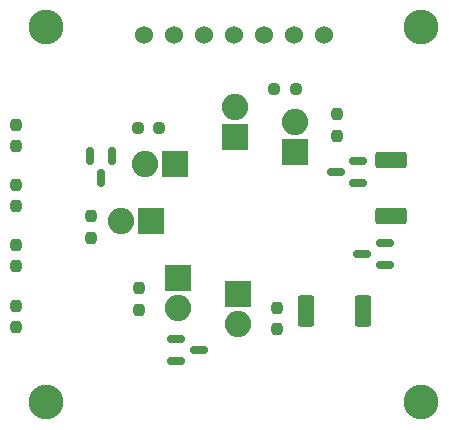
<source format=gbr>
%TF.GenerationSoftware,KiCad,Pcbnew,7.0.7*%
%TF.CreationDate,2023-11-05T11:25:07-06:00*%
%TF.ProjectId,LEDBreakout_Hardware,4c454442-7265-4616-9b6f-75745f486172,rev?*%
%TF.SameCoordinates,Original*%
%TF.FileFunction,Soldermask,Top*%
%TF.FilePolarity,Negative*%
%FSLAX46Y46*%
G04 Gerber Fmt 4.6, Leading zero omitted, Abs format (unit mm)*
G04 Created by KiCad (PCBNEW 7.0.7) date 2023-11-05 11:25:07*
%MOMM*%
%LPD*%
G01*
G04 APERTURE LIST*
G04 Aperture macros list*
%AMRoundRect*
0 Rectangle with rounded corners*
0 $1 Rounding radius*
0 $2 $3 $4 $5 $6 $7 $8 $9 X,Y pos of 4 corners*
0 Add a 4 corners polygon primitive as box body*
4,1,4,$2,$3,$4,$5,$6,$7,$8,$9,$2,$3,0*
0 Add four circle primitives for the rounded corners*
1,1,$1+$1,$2,$3*
1,1,$1+$1,$4,$5*
1,1,$1+$1,$6,$7*
1,1,$1+$1,$8,$9*
0 Add four rect primitives between the rounded corners*
20,1,$1+$1,$2,$3,$4,$5,0*
20,1,$1+$1,$4,$5,$6,$7,0*
20,1,$1+$1,$6,$7,$8,$9,0*
20,1,$1+$1,$8,$9,$2,$3,0*%
G04 Aperture macros list end*
%ADD10RoundRect,0.237500X-0.237500X0.250000X-0.237500X-0.250000X0.237500X-0.250000X0.237500X0.250000X0*%
%ADD11C,2.946400*%
%ADD12RoundRect,0.237500X0.250000X0.237500X-0.250000X0.237500X-0.250000X-0.237500X0.250000X-0.237500X0*%
%ADD13RoundRect,0.150000X0.587500X0.150000X-0.587500X0.150000X-0.587500X-0.150000X0.587500X-0.150000X0*%
%ADD14RoundRect,0.249999X-1.075001X0.450001X-1.075001X-0.450001X1.075001X-0.450001X1.075001X0.450001X0*%
%ADD15RoundRect,0.237500X0.237500X-0.250000X0.237500X0.250000X-0.237500X0.250000X-0.237500X-0.250000X0*%
%ADD16RoundRect,0.150000X-0.587500X-0.150000X0.587500X-0.150000X0.587500X0.150000X-0.587500X0.150000X0*%
%ADD17RoundRect,0.150000X-0.150000X0.587500X-0.150000X-0.587500X0.150000X-0.587500X0.150000X0.587500X0*%
%ADD18C,1.524000*%
%ADD19RoundRect,0.249999X0.450001X1.075001X-0.450001X1.075001X-0.450001X-1.075001X0.450001X-1.075001X0*%
%ADD20R,2.240000X2.240000*%
%ADD21O,2.240000X2.240000*%
G04 APERTURE END LIST*
D10*
%TO.C,R9*%
X66040000Y-71731500D03*
X66040000Y-73556500D03*
%TD*%
D11*
%TO.C,REF\u002A\u002A*%
X68580000Y-63500000D03*
%TD*%
D10*
%TO.C,R11*%
X66040000Y-81891500D03*
X66040000Y-83716500D03*
%TD*%
%TO.C,R12*%
X66040000Y-87075000D03*
X66040000Y-88900000D03*
%TD*%
D12*
%TO.C,R1*%
X89722000Y-68707000D03*
X87897000Y-68707000D03*
%TD*%
D13*
%TO.C,Q1*%
X95009000Y-76703000D03*
X95009000Y-74803000D03*
X93134000Y-75753000D03*
%TD*%
D11*
%TO.C,REF\u002A\u002A*%
X100330000Y-63500000D03*
%TD*%
D14*
%TO.C,R8*%
X97803000Y-74689000D03*
X97803000Y-79489000D03*
%TD*%
D15*
%TO.C,R2*%
X93231000Y-72667500D03*
X93231000Y-70842500D03*
%TD*%
D11*
%TO.C,REF\u002A\u002A*%
X100330000Y-95250000D03*
%TD*%
D10*
%TO.C,R5*%
X76467000Y-85574500D03*
X76467000Y-87399500D03*
%TD*%
%TO.C,R4*%
X72403000Y-79478500D03*
X72403000Y-81303500D03*
%TD*%
D13*
%TO.C,Q4*%
X97216500Y-83627000D03*
X97216500Y-81727000D03*
X95341500Y-82677000D03*
%TD*%
D16*
%TO.C,Q3*%
X79593500Y-89855000D03*
X79593500Y-91755000D03*
X81468500Y-90805000D03*
%TD*%
D11*
%TO.C,REF\u002A\u002A*%
X68580000Y-95250000D03*
%TD*%
D17*
%TO.C,Q2*%
X74181000Y-74373500D03*
X72281000Y-74373500D03*
X73231000Y-76248500D03*
%TD*%
D10*
%TO.C,R6*%
X88151000Y-87249000D03*
X88151000Y-89074000D03*
%TD*%
D18*
%TO.C,Conn1*%
X76835000Y-64135000D03*
X79375000Y-64135000D03*
X81915000Y-64135000D03*
X84455000Y-64135000D03*
X86995000Y-64135000D03*
X89535000Y-64135000D03*
X92075000Y-64135000D03*
%TD*%
D12*
%TO.C,R3*%
X78141500Y-72009000D03*
X76316500Y-72009000D03*
%TD*%
D19*
%TO.C,R7*%
X95377000Y-87503000D03*
X90577000Y-87503000D03*
%TD*%
D10*
%TO.C,R10*%
X66040000Y-76811500D03*
X66040000Y-78636500D03*
%TD*%
D20*
%TO.C,D1*%
X84595000Y-72771000D03*
D21*
X84595000Y-70231000D03*
%TD*%
D20*
%TO.C,D5*%
X79769000Y-84709000D03*
D21*
X79769000Y-87249000D03*
%TD*%
D20*
%TO.C,D2*%
X89675000Y-74041000D03*
D21*
X89675000Y-71501000D03*
%TD*%
D20*
%TO.C,D3*%
X79515000Y-75057000D03*
D21*
X76975000Y-75057000D03*
%TD*%
D20*
%TO.C,D6*%
X84849000Y-86065000D03*
D21*
X84849000Y-88605000D03*
%TD*%
D20*
%TO.C,D4*%
X77483000Y-79883000D03*
D21*
X74943000Y-79883000D03*
%TD*%
M02*

</source>
